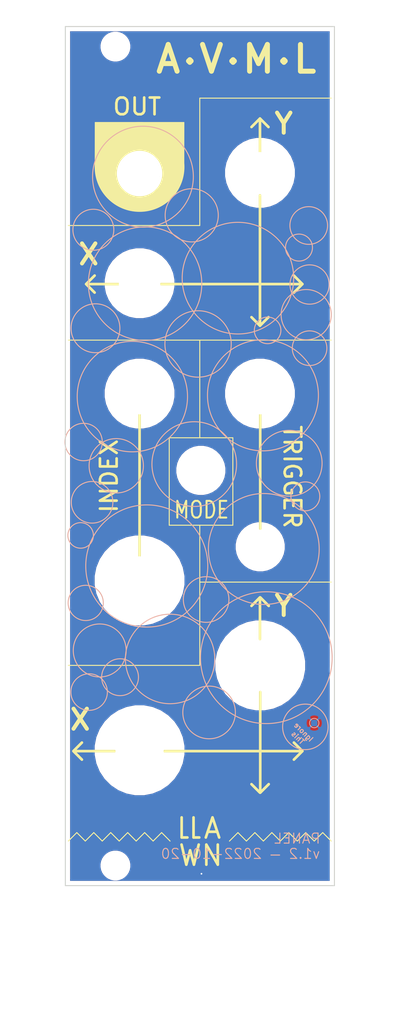
<source format=kicad_pcb>
(kicad_pcb (version 20221018) (generator pcbnew)
  (title_block (title "AVML: Front Panel") (date "2022-10-22") (rev "1.2") (company "LLAWN") (comment 1 "LLAWN.com"))
  (layers (0 "F.Cu" signal "Top") (31 "B.Cu" signal "Bottom") (34 "B.Paste" user) (35 "F.Paste" user) (36 "B.SilkS" user "B.Silkscreen") (37 "F.SilkS" user "F.Silkscreen") (38 "B.Mask" user) (39 "F.Mask" user) (44 "Edge.Cuts" user))
  (net 0 "")
  (net 1 "GND")
  (footprint "jwm_kicad_footprints_misc:MountingHole_6.2mm_For_Jack_3.5mm_QingPu_WQP-PJ398SM" (layer "F.Cu") (at 74.168 46.733)
    (fp_text reference "OUT" (at -0.381 -9.903) (layer "F.SilkS") (effects (font (size 2.5 2.5) (thickness 0.4))))
    (fp_text value "MountingHole_6.2mm_For_Jack_3.5mm_QingPu_WQP-PJ398SM")
    (pad "" np_thru_hole circle locked (at 0 0) (size 6.2 6.2) (drill 6.2) (layers "*.Cu" "*.Mask"))
  )
  (footprint "jwm_kicad_footprints_misc:MountingHole_6.2mm_For_Jack_3.5mm_QingPu_WQP-PJ398SM" (layer "F.Cu") (at 74.168 63.243)
    (fp_text reference "X" (at -7.62 -4.315) (layer "F.SilkS") (effects (font (size 3 3) (thickness 0.6))))
    (fp_text value "MountingHole_6.2mm_For_Jack_3.5mm_QingPu_WQP-PJ398SM")
    (pad "" np_thru_hole circle locked (at 0 0) (size 6.2 6.2) (drill 6.2) (layers "*.Cu" "*.Mask"))
  )
  (footprint "jwm_kicad_footprints_misc:MountingHole_6.2mm_For_Jack_3.5mm_QingPu_WQP-PJ398SM" (layer "F.Cu") (at 92.202 46.733)
    (fp_text reference "Y" (at 3.556 -7.363) (layer "F.SilkS") (effects (font (size 3 3) (thickness 0.6))))
    (fp_text value "MountingHole_6.2mm_For_Jack_3.5mm_QingPu_WQP-PJ398SM")
    (pad "" np_thru_hole circle locked (at 0 0) (size 6.2 6.2) (drill 6.2) (layers "*.Cu" "*.Mask"))
  )
  (footprint "jwm_kicad_footprints_misc:MountingHole_6.2mm_For_Jack_3.5mm_QingPu_WQP-PJ398SM" (layer "F.Cu") (at 74.168 79.753)
    (fp_text reference "INDEX" hide)
    (fp_text value "MountingHole_6.2mm_For_Jack_3.5mm_QingPu_WQP-PJ398SM")
    (pad "" np_thru_hole circle locked (at 0 0) (size 6.2 6.2) (drill 6.2) (layers "*.Cu" "*.Mask"))
  )
  (footprint "jwm_kicad_footprints_misc:MountingHole_6.2mm_For_Jack_3.5mm_QingPu_WQP-PJ398SM" (layer "F.Cu") (at 92.202 79.753)
    (fp_text reference "TRIGGER" hide)
    (fp_text value "MountingHole_6.2mm_For_Jack_3.5mm_QingPu_WQP-PJ398SM")
    (pad "" np_thru_hole circle locked (at 0 0) (size 6.2 6.2) (drill 6.2) (layers "*.Cu" "*.Mask"))
  )
  (footprint "jwm_kicad_footprints_misc:MountingHole_5.1mm_For_E-Switch_Button_Cap_1R" (layer "F.Cu") (at 83.348 91.238)
    (fp_text reference "MODE" (at 0.091 5.917) (layer "F.SilkS") (effects (font (size 2.5 2) (thickness 0.3))))
    (fp_text value "MountingHole_5.1mm_For_E-Switch_Button_Cap_1R")
    (pad "" np_thru_hole circle locked (at 0 0) (size 5.1 5.1) (drill 5.1) (layers "*.Cu" "*.Mask"))
  )
  (footprint "jwm_kicad_footprints_misc:MountingHole_5.1mm_For_E-Switch_Button_Cap_1R" (layer "F.Cu") (at 92.238 102.668)
    (fp_text reference "TRIGGER" (at 4.79 -10.466 270 unlocked) (layer "F.SilkS") (effects (font (size 2.5 2.5) (thickness 0.4))))
    (fp_text value "MountingHole_5.1mm_For_E-Switch_Button_Cap_1R")
    (pad "" np_thru_hole circle locked (at 0 0) (size 5.1 5.1) (drill 5.1) (layers "*.Cu" "*.Mask"))
  )
  (footprint "jwm_kicad_footprints_misc:MountingHole_7.2mm_For_Potentiometer_Alpha_RD901F-40-00D" (layer "F.Cu") (at 74.168 107.703)
    (fp_text reference "INDEX" (at -4.572 -15.628 90) (layer "F.SilkS") (effects (font (size 2.5 2.5) (thickness 0.4))))
    (fp_text value "MountingHole_7.2mm_For_Potentiometer_Alpha_RD901F-40-00D")
    (pad "" np_thru_hole circle locked (at 0 0) (size 7.2 7.2) (drill 7.2) (layers "*.Cu" "*.Mask"))
  )
  (footprint "jwm_kicad_footprints_misc:MountingHole_7.2mm_For_Potentiometer_Alpha_RD901F-40-00D" (layer "F.Cu") (at 74.168 133.103)
    (fp_text reference "X" (at -8.89 -4.579) (layer "F.SilkS") (effects (font (size 3 3) (thickness 0.6))))
    (fp_text value "MountingHole_7.2mm_For_Potentiometer_Alpha_RD901F-40-00D")
    (pad "" np_thru_hole circle locked (at 0 0) (size 7.2 7.2) (drill 7.2) (layers "*.Cu" "*.Mask"))
  )
  (footprint "MountingHole:MountingHole_3.2mm_M3" (layer "F.Cu") (at 70.55296 27.84882)
    (fp_text reference "REF**" hide)
    (fp_text value "M3")
    (pad "" np_thru_hole circle locked (at 0 0) (size 3.2 3.2) (drill 3.2) (layers "*.Cu" "*.Mask"))
  )
  (footprint "MountingHole:MountingHole_3.2mm_M3" (layer "F.Cu") (at 70.55296 150.34882)
    (fp_text reference "REF**" hide)
    (fp_text value "M3")
    (pad "" np_thru_hole circle locked (at 0 0) (size 3.2 3.2) (drill 3.2) (layers "*.Cu" "*.Mask"))
  )
  (footprint "jwm_kicad_footprints_misc:MountingHole_7.2mm_For_Potentiometer_Alpha_RD901F-40-00D" (layer "F.Cu") (at 92.242 120.403)
    (fp_text reference "Y" (at 3.516 -8.897) (layer "F.SilkS") (effects (font (size 3 3) (thickness 0.6))))
    (fp_text value "MountingHole_7.2mm_For_Potentiometer_Alpha_RD901F-40-00D")
    (pad "" np_thru_hole circle locked (at 0 0) (size 7.2 7.2) (drill 7.2) (layers "*.Cu" "*.Mask"))
  )
  (footprint "TestPoint:TestPoint_Pad_D1.0mm" (layer "B.Cu") (at 100.33 129.032 180)
    (fp_text reference "J1" hide)
    (fp_text value "DNP")
    (fp_circle (center 0 0) (end 0 -0.7) (stroke (width 0.12)) (fill none) (layer "B.SilkS"))
    (pad "1" smd circle (at 0 0 180) (size 1 1) (layers "B.Cu" "B.Mask") (net 1 "GND"))
  )
  (gr_circle (center 75.2475 105.537) (end 72.4535 114.2365) (stroke (width 0.15)) (fill none) (layer "B.SilkS"))
  (gr_circle (center 82.931 72.3265) (end 82.55 77.2795) (stroke (width 0.15)) (fill none) (layer "B.SilkS"))
  (gr_circle (center 66.6115 124.3965) (end 66.7385 127.127) (stroke (width 0.15)) (fill none) (layer "B.SilkS"))
  (gr_circle (center 88.9 62.484) (end 85.217 69.977) (stroke (width 0.15)) (fill none) (layer "B.SilkS"))
  (gr_circle (center 82.3595 90.297) (end 81.153 96.52) (stroke (width 0.15)) (fill none) (layer "B.SilkS"))
  (gr_circle (center 70.6755 90.551) (end 70.5485 94.615) (stroke (width 0.15)) (fill none) (layer "B.SilkS"))
  (gr_circle (center 92.7735 102.997) (end 97.536 109.7915) (stroke (width 0.15)) (fill none) (layer "B.SilkS"))
  (gr_circle (center 65.3415 100.965) (end 65.8495 102.8065) (stroke (width 0.15)) (fill none) (layer "B.SilkS"))
  (gr_circle (center 99.6315 72.9615) (end 99.1235 75.5015) (stroke (width 0.15)) (fill none) (layer "B.SilkS"))
  (gr_circle (center 71.247 122.174) (end 70.5485 124.841) (stroke (width 0.15)) (fill none) (layer "B.SilkS"))
  (gr_circle (center 73.0885 80.2005) (end 72.771 88.4555) (stroke (width 0.15)) (fill none) (layer "B.SilkS"))
  (gr_circle (center 92.6465 80.01) (end 90.932 88.138) (stroke (width 0.15)) (fill none) (layer "B.SilkS"))
  (gr_circle (center 84.582 127.4445) (end 84.6455 131.3815) (stroke (width 0.15)) (fill none) (layer "B.SilkS"))
  (gr_circle (center 67.564 69.977) (end 66.294 73.406) (stroke (width 0.15)) (fill none) (layer "B.SilkS"))
  (gr_circle (center 98.9965 95.123) (end 98.8695 97.282) (stroke (width 0.15)) (fill none) (layer "B.SilkS"))
  (gr_circle (center 78.74 119.4435) (end 74.168 124.333) (stroke (width 0.15)) (fill none) (layer "B.SilkS"))
  (gr_circle (center 98.9965 129.6035) (end 98.4885 132.969) (stroke (width 0.15)) (fill none) (layer "B.SilkS"))
  (gr_circle (center 74.9935 63.3095) (end 78.1685 71.1835) (stroke (width 0.15)) (fill none) (layer "B.SilkS"))
  (gr_circle (center 99.5045 54.61) (end 98.806 57.3405) (stroke (width 0.15)) (fill none) (layer "B.SilkS"))
  (gr_circle (center 67.2465 55.245) (end 66.929 58.293) (stroke (width 0.15)) (fill none) (layer "B.SilkS"))
  (gr_circle (center 99.6315 63.4365) (end 99.314 60.5155) (stroke (width 0.15)) (fill none) (layer "B.SilkS"))
  (gr_circle (center 93.1545 119.253) (end 88.519 127.9525) (stroke (width 0.15)) (fill none) (layer "B.SilkS"))
  (gr_circle (center 81.9785 53.086) (end 82.55 57.023) (stroke (width 0.15)) (fill none) (layer "B.SilkS"))
  (gr_circle (center 74.676 47.3075) (end 75.565 54.8005) (stroke (width 0.15)) (fill none) (layer "B.SilkS"))
  (gr_circle (center 99.1235 67.945) (end 97.2185 71.1835) (stroke (width 0.15)) (fill none) (layer "B.SilkS"))
  (gr_circle (center 67.056 96.012) (end 66.421 99.06) (stroke (width 0.15)) (fill none) (layer "B.SilkS"))
  (gr_circle (center 93.345 70.2945) (end 94.234 72.0725) (stroke (width 0.15)) (fill none) (layer "B.SilkS"))
  (gr_circle (center 66.1035 111.0615) (end 66.802 113.6015) (stroke (width 0.15)) (fill none) (layer "B.SilkS"))
  (gr_circle (center 96.5835 90.17) (end 95.631 94.996) (stroke (width 0.15)) (fill none) (layer "B.SilkS"))
  (gr_circle (center 65.786 86.995) (end 65.659 89.789) (stroke (width 0.15)) (fill none) (layer "B.SilkS"))
  (gr_circle (center 84.1375 110.5535) (end 83.566 113.919) (stroke (width 0.15)) (fill none) (layer "B.SilkS"))
  (gr_circle (center 98.044 57.912) (end 97.5995 59.8805) (stroke (width 0.15)) (fill none) (layer "B.SilkS"))
  (gr_circle (center 68.199 118.1735) (end 68.6435 122.1105) (stroke (width 0.15)) (fill none) (layer "B.SilkS"))
  (gr_line (start 98.552 133.23) (end 77.9145 133.23) (stroke (width 0.4)) (layer "F.SilkS"))
  (gr_line (start 64.262 133.23) (end 70.4215 133.23) (stroke (width 0.4)) (layer "F.SilkS"))
  (gr_line (start 92.242 139.446) (end 92.242 124.3965) (stroke (width 0.4)) (layer "F.SilkS"))
  (gr_line (start 92.202 110.236) (end 92.202 116.459) (stroke (width 0.4)) (layer "F.SilkS"))
  (gr_line (start 64.262 133.223) (end 65.532 131.953) (stroke (width 0.4)) (layer "F.SilkS"))
  (gr_line (start 64.262 133.23) (end 65.532 134.5) (stroke (width 0.4)) (layer "F.SilkS"))
  (gr_line (start 92.202 110.236) (end 90.932 111.506) (stroke (width 0.4)) (layer "F.SilkS"))
  (gr_line (start 92.242 110.236) (end 93.512 111.506) (stroke (width 0.4)) (layer "F.SilkS"))
  (gr_line (start 98.552 133.23) (end 97.282 134.5) (stroke (width 0.4)) (layer "F.SilkS"))
  (gr_line (start 98.552 133.223) (end 97.282 131.953) (stroke (width 0.4)) (layer "F.SilkS"))
  (gr_line (start 90.932 138.176) (end 92.202 139.446) (stroke (width 0.4)) (layer "F.SilkS"))
  (gr_line (start 92.242 139.446) (end 93.512 138.176) (stroke (width 0.4)) (layer "F.SilkS"))
  (gr_line (start 98.552 63.373) (end 77.4065 63.373) (stroke (width 0.4)) (layer "F.SilkS"))
  (gr_line (start 66.167 63.373) (end 70.993 63.373) (stroke (width 0.4)) (layer "F.SilkS"))
  (gr_line (start 92.202 69.596) (end 92.202 50.1015) (stroke (width 0.4)) (layer "F.SilkS"))
  (gr_line (start 92.202 38.608) (end 92.202 43.561) (stroke (width 0.4)) (layer "F.SilkS"))
  (gr_circle (center 74.168 45.7835) (end 79.756 45.7835) (stroke (width 1)) (fill none) (layer "F.SilkS"))
  (gr_circle (center 74.168 45.7835) (end 80.3275 45.7835) (stroke (width 1)) (fill none) (layer "F.SilkS"))
  (gr_circle (center 74.168 46.836337) (end 78.668 46.836337) (stroke (width 2.2)) (fill none) (layer "F.SilkS"))
  (gr_poly (pts (xy 80.815816 45.847) (xy 80.825658 39.1795) (xy 67.510342 39.1795) (xy 67.5005 45.847) (xy 68.961 44.323) (xy 70.485 43.561) (xy 72.517 42.164) (xy 75.184 42.037) (xy 77.851 43.18) (xy 79.629 46.101)) (stroke (width 0.1)) (fill solid) (layer "F.SilkS"))
  (gr_circle (center 74.168 45.847) (end 80.815816 45.847) (stroke (width 0.15)) (fill none) (layer "F.SilkS"))
  (gr_line (start 92.202 69.596) (end 93.472 68.326) (stroke (width 0.4)) (layer "F.SilkS"))
  (gr_line (start 90.932 68.326) (end 92.202 69.596) (stroke (width 0.4)) (layer "F.SilkS"))
  (gr_line (start 66.167 63.373) (end 67.437 64.643) (stroke (width 0.4)) (layer "F.SilkS"))
  (gr_line (start 66.167 63.37) (end 67.437 62.1) (stroke (width 0.4)) (layer "F.SilkS"))
  (gr_line (start 92.202 38.608) (end 93.472 39.878) (stroke (width 0.4)) (layer "F.SilkS"))
  (gr_line (start 92.202 38.608) (end 90.932 39.878) (stroke (width 0.4)) (layer "F.SilkS"))
  (gr_line (start 98.552 63.373) (end 97.282 62.103) (stroke (width 0.4)) (layer "F.SilkS"))
  (gr_line (start 98.552 63.373) (end 97.282 64.643) (stroke (width 0.4)) (layer "F.SilkS"))
  (gr_line (start 74.168 82.677) (end 74.168 104.14) (stroke (width 0.4)) (layer "F.SilkS"))
  (gr_line (start 92.238 82.804) (end 92.238 99.949) (stroke (width 0.4)) (layer "F.SilkS"))
  (gr_line (start 78.613 86.36) (end 78.613 99.441) (stroke (width 0.15)) (layer "F.SilkS"))
  (gr_line (start 88.138 86.36) (end 78.613 86.36) (stroke (width 0.15)) (layer "F.SilkS"))
  (gr_line (start 88.138 99.441) (end 88.138 86.36) (stroke (width 0.15)) (layer "F.SilkS"))
  (gr_line (start 78.613 99.441) (end 88.138 99.441) (stroke (width 0.15)) (layer "F.SilkS"))
  (gr_line (start 72.39 145.415) (end 71.12 146.685) (stroke (width 0.15)) (layer "F.SilkS"))
  (gr_line (start 71.12 146.685) (end 69.85 145.415) (stroke (width 0.15)) (layer "F.SilkS"))
  (gr_line (start 76.2 146.685) (end 74.93 145.415) (stroke (width 0.15)) (layer "F.SilkS"))
  (gr_line (start 78.74 146.685) (end 77.47 145.415) (stroke (width 0.15)) (layer "F.SilkS"))
  (gr_line (start 66.04 146.685) (end 64.77 145.415) (stroke (width 0.15)) (layer "F.SilkS"))
  (gr_line (start 67.31 145.415) (end 66.04 146.685) (stroke (width 0.15)) (layer "F.SilkS"))
  (gr_line (start 73.66 146.685) (end 72.39 145.415) (stroke (width 0.15)) (layer "F.SilkS"))
  (gr_line (start 69.85 145.415) (end 68.58 146.685) (stroke (width 0.15)) (layer "F.SilkS"))
  (gr_line (start 68.58 146.685) (end 67.31 145.415) (stroke (width 0.15)) (layer "F.SilkS"))
  (gr_line (start 77.47 145.415) (end 76.2 146.685) (stroke (width 0.15)) (layer "F.SilkS"))
  (gr_line (start 74.93 145.415) (end 73.66 146.685) (stroke (width 0.15)) (layer "F.SilkS"))
  (gr_line (start 64.77 145.415) (end 63.5 146.685) (stroke (width 0.15)) (layer "F.SilkS"))
  (gr_line (start 91.44 145.415) (end 90.17 146.685) (stroke (width 0.15)) (layer "F.SilkS"))
  (gr_line (start 97.79 146.685) (end 96.52 145.415) (stroke (width 0.15)) (layer "F.SilkS"))
  (gr_line (start 93.98 145.415) (end 92.71 146.685) (stroke (width 0.15)) (layer "F.SilkS"))
  (gr_line (start 92.71 146.685) (end 91.44 145.415) (stroke (width 0.15)) (layer "F.SilkS"))
  (gr_line (start 101.6 145.415) (end 100.33 146.685) (stroke (width 0.15)) (layer "F.SilkS"))
  (gr_line (start 99.06 145.415) (end 97.79 146.685) (stroke (width 0.15)) (layer "F.SilkS"))
  (gr_line (start 88.9 145.415) (end 87.63 146.685) (stroke (width 0.15)) (layer "F.SilkS"))
  (gr_line (start 96.52 145.415) (end 95.25 146.685) (stroke (width 0.15)) (layer "F.SilkS"))
  (gr_line (start 100.33 146.685) (end 99.06 145.415) (stroke (width 0.15)) (layer "F.SilkS"))
  (gr_line (start 102.87 146.685) (end 101.6 145.415) (stroke (width 0.15)) (layer "F.SilkS"))
  (gr_line (start 90.17 146.685) (end 88.9 145.415) (stroke (width 0.15)) (layer "F.SilkS"))
  (gr_line (start 95.25 146.685) (end 93.98 145.415) (stroke (width 0.15)) (layer "F.SilkS"))
  (gr_line (start 83.185 107.315) (end 83.185 120.405) (stroke (width 0.15)) (layer "F.SilkS"))
  (gr_line (start 83.185 35.56) (end 83.185 54.61) (stroke (width 0.15)) (layer "F.SilkS"))
  (gr_line (start 83.185 71.755) (end 83.185 86.36) (stroke (width 0.15)) (layer "F.SilkS"))
  (gr_line (start 102.87 71.755) (end 63.5 71.755) (stroke (width 0.15)) (layer "F.SilkS"))
  (gr_line (start 83.185 120.405) (end 63.5 120.405) (stroke (width 0.15)) (layer "F.SilkS"))
  (gr_line (start 102.87 107.95) (end 83.185 107.95) (stroke (width 0.15)) (layer "F.SilkS"))
  (gr_line (start 83.185 107.315) (end 83.185 100.33) (stroke (width 0.15)) (layer "F.SilkS"))
  (gr_line (start 83.185 35.56) (end 102.87 35.56) (stroke (width 0.15)) (layer "F.SilkS"))
  (gr_line (start 83.185 100.33) (end 83.185 99.441) (stroke (width 0.15)) (layer "F.SilkS"))
  (gr_line (start 63.5 54.61) (end 83.185 54.61) (stroke (width 0.15)) (layer "F.SilkS"))
  (gr_line (start 103.35296 24.84882) (end 103.35296 153.34882) (stroke (width 0.15)) (layer "Edge.Cuts"))
  (gr_line (start 63.05296 24.84882) (end 103.35296 24.84882) (stroke (width 0.15)) (layer "Edge.Cuts"))
  (gr_line (start 63.05296 24.84882) (end 63.05296 153.34882) (stroke (width 0.15)) (layer "Edge.Cuts"))
  (gr_line (start 63.05296 153.34882) (end 103.35296 153.34882) (stroke (width 0.15)) (layer "Edge.Cuts"))
  (gr_text "PANEL" (at 97.79 146.304) (layer "B.SilkS") (effects (font (size 1.5 1.5) (thickness 0.16)) (justify mirror)))
  (gr_text "v1.2 — 2022-10-20" (at 89.281 148.59) (layer "B.SilkS") (effects (font (size 1.5 1.5) (thickness 0.16)) (justify mirror)))
  (gr_text "Ignore\nThis" (at 98.298 130.81 -45) (layer "B.SilkS") (effects (font (size 0.75 0.75) (thickness 0.16)) (justify mirror)))
  (gr_text "A·V·M·L" (at 88.646 29.718) (layer "F.SilkS") (effects (font (size 4 4) (thickness 0.75))))
  (gr_text "L" (at 82.55 144.78) (layer "F.SilkS") (effects (font (size 3 1.8) (thickness 0.4))))
  (gr_text "L" (at 80.772 144.78) (layer "F.SilkS") (effects (font (size 3 1.8) (thickness 0.4))))
  (gr_text "WN" (at 83.312 148.844) (layer "F.SilkS") (effects (font (size 3 3) (thickness 0.4))))
  (gr_text "A" (at 85.09 144.78) (layer "F.SilkS") (effects (font (size 3 3) (thickness 0.4))))
  (via (at 83.439 151.5745) (size 0.508) (drill 0.254) (layers "F.Cu" "B.Cu") (net 1))
  (zone (net 1) (net_name "GND") (layer "F.Cu") (connect_pads (clearance 0.508)) (min_thickness 0.254) (fill yes (thermal_gap 0.508) (thermal_bridge_width 0.508))
    (polygon (pts (xy 103.378 24.892) (xy 103.378 153.416) (xy 62.992 153.416) (xy 62.992 24.892)))
  )
  (zone (net 1) (net_name "GND") (layer "B.Cu") (connect_pads (clearance 0.508)) (min_thickness 0.254) (fill yes (thermal_gap 0.508) (thermal_bridge_width 0.508))
    (polygon (pts (xy 103.378 153.416) (xy 62.992 153.416) (xy 62.992 24.892) (xy 103.378 24.892)))
  )
)
</source>
